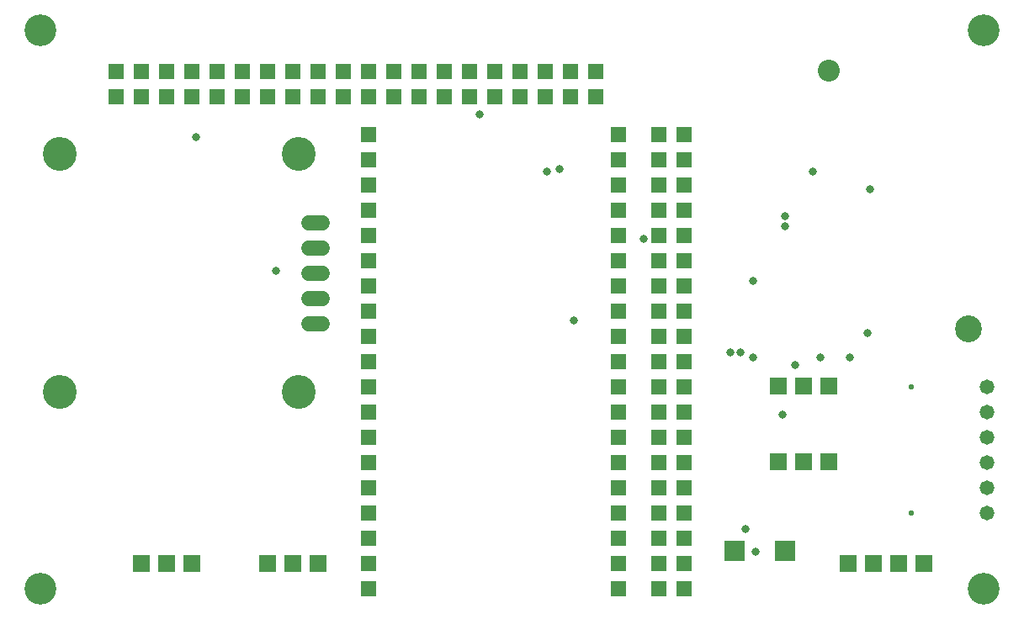
<source format=gbr>
G04 EAGLE Gerber RS-274X export*
G75*
%MOMM*%
%FSLAX34Y34*%
%LPD*%
%INSoldermask Bottom*%
%IPPOS*%
%AMOC8*
5,1,8,0,0,1.08239X$1,22.5*%
G01*
%ADD10C,3.203200*%
%ADD11R,1.703200X1.703200*%
%ADD12R,1.711200X1.711200*%
%ADD13C,3.403200*%
%ADD14C,1.511200*%
%ADD15C,2.703200*%
%ADD16C,2.203200*%
%ADD17R,1.511200X1.511200*%
%ADD18R,1.625600X1.625600*%
%ADD19R,2.003200X2.003200*%
%ADD20R,1.561200X1.561200*%
%ADD21C,1.473200*%
%ADD22C,0.553200*%
%ADD23C,0.809600*%


D10*
X25400Y25400D03*
X25400Y587300D03*
X974600Y587300D03*
X974600Y25400D03*
D11*
X819000Y229400D03*
X793600Y229400D03*
X768300Y229400D03*
X819000Y153200D03*
X793600Y153200D03*
X768300Y153200D03*
D12*
X254000Y50800D03*
X304800Y50800D03*
X279400Y50800D03*
X127000Y50800D03*
X177800Y50800D03*
X152400Y50800D03*
D13*
X45100Y462900D03*
X285100Y462900D03*
X285100Y222900D03*
X45100Y222900D03*
D14*
X295720Y393700D02*
X308800Y393700D01*
X308800Y368300D02*
X295720Y368300D01*
X295720Y342900D02*
X308800Y342900D01*
X308800Y317500D02*
X295720Y317500D01*
X295720Y292100D02*
X308800Y292100D01*
D15*
X959000Y286400D03*
D16*
X819000Y546400D03*
D17*
X647700Y482600D03*
X647700Y457200D03*
X647700Y431800D03*
X647700Y406400D03*
X647700Y381000D03*
X647700Y355600D03*
X647700Y330200D03*
X647700Y304800D03*
X647700Y279400D03*
X647700Y254000D03*
X647700Y228600D03*
X647700Y203200D03*
X647700Y177800D03*
X647700Y152400D03*
X647700Y127000D03*
X647700Y101600D03*
X647700Y76200D03*
X647700Y50800D03*
X647700Y25400D03*
X673100Y482600D03*
X673100Y457200D03*
X673100Y431800D03*
X673100Y406400D03*
X673100Y381000D03*
X673100Y355600D03*
X673100Y330200D03*
X673100Y304800D03*
X673100Y279400D03*
X673100Y254000D03*
X673100Y228600D03*
X673100Y203200D03*
X673100Y177800D03*
X673100Y152400D03*
X673100Y127000D03*
X673100Y101600D03*
X673100Y76200D03*
X673100Y50800D03*
X673100Y25400D03*
D18*
X101600Y546100D03*
X127000Y546100D03*
X152400Y546100D03*
X177800Y546100D03*
X203200Y546100D03*
X228600Y546100D03*
X254000Y546100D03*
X279400Y546100D03*
X304800Y546100D03*
X330200Y546100D03*
X355600Y546100D03*
X381000Y546100D03*
X406400Y546100D03*
X431800Y546100D03*
X457200Y546100D03*
X482600Y546100D03*
X508000Y546100D03*
X533400Y546100D03*
X558800Y546100D03*
X584200Y546100D03*
X584200Y520700D03*
X558800Y520700D03*
X533400Y520700D03*
X508000Y520700D03*
X482600Y520700D03*
X457200Y520700D03*
X431800Y520700D03*
X406400Y520700D03*
X381000Y520700D03*
X355600Y520700D03*
X330200Y520700D03*
X304800Y520700D03*
X279400Y520700D03*
X254000Y520700D03*
X228600Y520700D03*
X203200Y520700D03*
X177800Y520700D03*
X152400Y520700D03*
X127000Y520700D03*
X101600Y520700D03*
D19*
X774700Y63500D03*
X723900Y63500D03*
D12*
X838200Y50800D03*
X914400Y50800D03*
X863600Y50800D03*
X889000Y50800D03*
D20*
X355600Y25400D03*
X355600Y50800D03*
X355600Y76200D03*
X355600Y101600D03*
X355600Y127000D03*
X355600Y152400D03*
X355600Y177800D03*
X355600Y203200D03*
X355600Y228600D03*
X355600Y254000D03*
X355600Y279400D03*
X355600Y304800D03*
X355600Y330200D03*
X355600Y355600D03*
X355600Y381000D03*
X355600Y406400D03*
X355600Y431800D03*
X355600Y457200D03*
X355600Y482600D03*
X607300Y25400D03*
X607300Y50800D03*
X607300Y76200D03*
X607300Y101600D03*
X607300Y127000D03*
X607300Y152400D03*
X607300Y177800D03*
X607300Y203200D03*
X607300Y228600D03*
X607300Y254000D03*
X607300Y279400D03*
X607300Y304800D03*
X607300Y330200D03*
X607300Y355600D03*
X607300Y381000D03*
X607300Y406400D03*
X607300Y431800D03*
X607300Y457200D03*
X607300Y482600D03*
D21*
X977900Y101600D03*
X977900Y127000D03*
X977900Y152400D03*
X977900Y177800D03*
X977900Y203200D03*
X977900Y228600D03*
D22*
X901700Y101600D03*
X901700Y228600D03*
D23*
X467500Y502500D03*
X562500Y295000D03*
X735000Y85000D03*
X860000Y427500D03*
X802500Y445000D03*
X745000Y62500D03*
X772500Y200000D03*
X840000Y257500D03*
X810000Y257500D03*
X742500Y257500D03*
X730000Y262500D03*
X720000Y262500D03*
X857500Y282500D03*
X785000Y250000D03*
X547500Y447500D03*
X262500Y345000D03*
X182500Y480000D03*
X632500Y377500D03*
X775000Y400000D03*
X742500Y335000D03*
X535000Y445000D03*
X775000Y390000D03*
M02*

</source>
